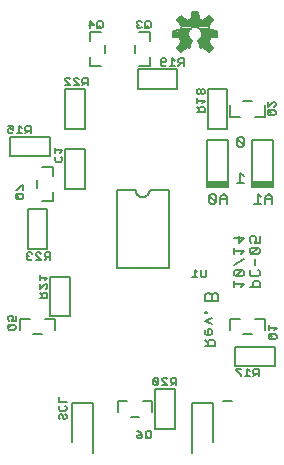
<source format=gbo>
G75*
G70*
%OFA0B0*%
%FSLAX24Y24*%
%IPPOS*%
%LPD*%
%AMOC8*
5,1,8,0,0,1.08239X$1,22.5*
%
%ADD10C,0.0070*%
%ADD11C,0.0080*%
D10*
X013440Y005188D02*
X013398Y005230D01*
X013398Y005272D01*
X013440Y005313D01*
X013565Y005313D01*
X013565Y005230D01*
X013523Y005188D01*
X013440Y005188D01*
X013565Y005313D02*
X013482Y005397D01*
X013398Y005438D01*
X013693Y005397D02*
X013735Y005438D01*
X013818Y005438D01*
X013860Y005397D01*
X013860Y005230D01*
X013818Y005188D01*
X013735Y005188D01*
X013693Y005230D01*
X013693Y005397D01*
X013776Y005272D02*
X013693Y005188D01*
X014011Y005513D02*
X014651Y005513D01*
X014651Y006833D01*
X014011Y006833D01*
X014011Y005513D01*
X013469Y005917D02*
X013193Y005917D01*
X012760Y006055D02*
X012760Y006429D01*
X013075Y006429D01*
X013587Y006429D02*
X013902Y006429D01*
X013902Y006055D01*
X013982Y006958D02*
X014065Y006958D01*
X014107Y007000D01*
X013940Y007166D01*
X013940Y007000D01*
X013982Y006958D01*
X014107Y007000D02*
X014107Y007166D01*
X014065Y007208D01*
X013982Y007208D01*
X013940Y007166D01*
X014235Y007166D02*
X014276Y007208D01*
X014360Y007208D01*
X014401Y007166D01*
X014529Y007166D02*
X014529Y007083D01*
X014571Y007041D01*
X014696Y007041D01*
X014696Y006958D02*
X014696Y007208D01*
X014571Y007208D01*
X014529Y007166D01*
X014613Y007041D02*
X014529Y006958D01*
X014401Y006958D02*
X014235Y007125D01*
X014235Y007166D01*
X014235Y006958D02*
X014401Y006958D01*
X016259Y006423D02*
X016546Y006423D01*
X016857Y007258D02*
X016857Y007300D01*
X016690Y007466D01*
X016690Y007508D01*
X016857Y007508D01*
X016671Y007603D02*
X016671Y008243D01*
X017991Y008243D01*
X017991Y007603D01*
X016671Y007603D01*
X017068Y007508D02*
X017068Y007258D01*
X017151Y007258D02*
X016985Y007258D01*
X017151Y007425D02*
X017068Y007508D01*
X017279Y007466D02*
X017279Y007383D01*
X017321Y007341D01*
X017446Y007341D01*
X017446Y007258D02*
X017446Y007508D01*
X017321Y007508D01*
X017279Y007466D01*
X017363Y007341D02*
X017279Y007258D01*
X015996Y008258D02*
X015996Y008423D01*
X015941Y008478D01*
X015831Y008478D01*
X015776Y008423D01*
X015776Y008258D01*
X015776Y008368D02*
X015666Y008478D01*
X015721Y008626D02*
X015831Y008626D01*
X015886Y008681D01*
X015886Y008791D01*
X015831Y008846D01*
X015776Y008846D01*
X015776Y008626D01*
X015721Y008626D02*
X015666Y008681D01*
X015666Y008791D01*
X015886Y008994D02*
X015666Y009105D01*
X015886Y009215D01*
X015721Y009363D02*
X015721Y009418D01*
X015666Y009418D01*
X015666Y009363D01*
X015721Y009363D01*
X016510Y009179D02*
X016510Y008805D01*
X016943Y008667D02*
X017219Y008667D01*
X017652Y008805D02*
X017652Y009179D01*
X017337Y009179D01*
X017796Y008956D02*
X017796Y008789D01*
X017796Y008872D02*
X018047Y008872D01*
X017963Y008789D01*
X018005Y008661D02*
X017838Y008661D01*
X017796Y008619D01*
X017796Y008536D01*
X017838Y008494D01*
X018005Y008494D01*
X018047Y008536D01*
X018047Y008619D01*
X018005Y008661D01*
X017880Y008578D02*
X017796Y008661D01*
X016825Y009179D02*
X016510Y009179D01*
X015996Y008258D02*
X015666Y008258D01*
X011151Y009263D02*
X011151Y010583D01*
X010511Y010583D01*
X010511Y009263D01*
X011151Y009263D01*
X010652Y009179D02*
X010652Y008805D01*
X010219Y008667D02*
X009943Y008667D01*
X009510Y008805D02*
X009510Y009179D01*
X009825Y009179D01*
X009346Y009113D02*
X009221Y009113D01*
X009263Y009197D01*
X009263Y009238D01*
X009221Y009280D01*
X009138Y009280D01*
X009096Y009238D01*
X009096Y009155D01*
X009138Y009113D01*
X009138Y008985D02*
X009096Y008944D01*
X009096Y008860D01*
X009138Y008819D01*
X009304Y008819D01*
X009346Y008860D01*
X009346Y008944D01*
X009304Y008985D01*
X009138Y008985D01*
X009096Y008985D02*
X009179Y008902D01*
X009346Y009113D02*
X009346Y009280D01*
X010337Y009179D02*
X010652Y009179D01*
X010396Y009874D02*
X010396Y009999D01*
X010354Y010041D01*
X010271Y010041D01*
X010229Y009999D01*
X010229Y009874D01*
X010146Y009874D02*
X010396Y009874D01*
X010229Y009957D02*
X010146Y010041D01*
X010146Y010169D02*
X010313Y010335D01*
X010354Y010335D01*
X010396Y010294D01*
X010396Y010210D01*
X010354Y010169D01*
X010146Y010169D02*
X010146Y010335D01*
X010146Y010463D02*
X010146Y010630D01*
X010146Y010547D02*
X010396Y010547D01*
X010313Y010463D01*
X010313Y011138D02*
X010397Y011221D01*
X010355Y011221D02*
X010480Y011221D01*
X010480Y011138D02*
X010480Y011388D01*
X010355Y011388D01*
X010313Y011346D01*
X010313Y011263D01*
X010355Y011221D01*
X010185Y011138D02*
X010018Y011305D01*
X010018Y011346D01*
X010060Y011388D01*
X010144Y011388D01*
X010185Y011346D01*
X010185Y011138D02*
X010018Y011138D01*
X009891Y011180D02*
X009849Y011138D01*
X009766Y011138D01*
X009724Y011180D01*
X009724Y011221D01*
X009766Y011263D01*
X009807Y011263D01*
X009766Y011263D02*
X009724Y011305D01*
X009724Y011346D01*
X009766Y011388D01*
X009849Y011388D01*
X009891Y011346D01*
X009761Y011513D02*
X010401Y011513D01*
X010401Y012833D01*
X009761Y012833D01*
X009761Y011513D01*
X012715Y010874D02*
X012715Y013472D01*
X013345Y013472D01*
X013347Y013442D01*
X013352Y013413D01*
X013362Y013385D01*
X013374Y013358D01*
X013390Y013333D01*
X013409Y013310D01*
X013431Y013290D01*
X013455Y013273D01*
X013481Y013258D01*
X013508Y013248D01*
X013537Y013240D01*
X013566Y013236D01*
X013596Y013236D01*
X013625Y013240D01*
X013654Y013248D01*
X013681Y013258D01*
X013707Y013273D01*
X013731Y013290D01*
X013753Y013310D01*
X013772Y013333D01*
X013788Y013358D01*
X013800Y013385D01*
X013810Y013413D01*
X013815Y013442D01*
X013817Y013472D01*
X014447Y013472D01*
X014447Y010874D01*
X012715Y010874D01*
X015235Y010558D02*
X015401Y010558D01*
X015318Y010558D02*
X015318Y010808D01*
X015401Y010725D01*
X015529Y010808D02*
X015529Y010600D01*
X015571Y010558D01*
X015654Y010558D01*
X015696Y010600D01*
X015696Y010808D01*
X016636Y010761D02*
X016636Y010651D01*
X016691Y010596D01*
X016911Y010816D01*
X016691Y010816D01*
X016636Y010761D01*
X016691Y010596D02*
X016911Y010596D01*
X016966Y010651D01*
X016966Y010761D01*
X016911Y010816D01*
X017156Y010761D02*
X017211Y010816D01*
X017156Y010761D02*
X017156Y010651D01*
X017211Y010596D01*
X017431Y010596D01*
X017486Y010651D01*
X017486Y010761D01*
X017431Y010816D01*
X017321Y010964D02*
X017321Y011185D01*
X017211Y011333D02*
X017431Y011553D01*
X017211Y011553D01*
X017156Y011498D01*
X017156Y011388D01*
X017211Y011333D01*
X017431Y011333D01*
X017486Y011388D01*
X017486Y011498D01*
X017431Y011553D01*
X017486Y011701D02*
X017321Y011701D01*
X017376Y011811D01*
X017376Y011866D01*
X017321Y011921D01*
X017211Y011921D01*
X017156Y011866D01*
X017156Y011756D01*
X017211Y011701D01*
X017486Y011701D02*
X017486Y011921D01*
X016966Y011866D02*
X016801Y011701D01*
X016801Y011921D01*
X016636Y011866D02*
X016966Y011866D01*
X016966Y011443D02*
X016636Y011443D01*
X016636Y011333D02*
X016636Y011553D01*
X016856Y011333D02*
X016966Y011443D01*
X016966Y011185D02*
X016636Y010964D01*
X016636Y010448D02*
X016636Y010228D01*
X016636Y010338D02*
X016966Y010338D01*
X016856Y010228D01*
X017156Y010228D02*
X017486Y010228D01*
X017486Y010393D01*
X017431Y010448D01*
X017321Y010448D01*
X017266Y010393D01*
X017266Y010228D01*
X017307Y013008D02*
X017528Y013008D01*
X017418Y013008D02*
X017418Y013338D01*
X017528Y013228D01*
X017676Y013228D02*
X017676Y013008D01*
X017676Y013173D02*
X017896Y013173D01*
X017896Y013228D02*
X017786Y013338D01*
X017676Y013228D01*
X017896Y013228D02*
X017896Y013008D01*
X016946Y013708D02*
X016726Y013708D01*
X016836Y013708D02*
X016836Y014038D01*
X016946Y013928D01*
X016286Y013338D02*
X016176Y013228D01*
X016176Y013008D01*
X016028Y013063D02*
X015807Y013283D01*
X015807Y013063D01*
X015863Y013008D01*
X015973Y013008D01*
X016028Y013063D01*
X016028Y013283D01*
X015973Y013338D01*
X015863Y013338D01*
X015807Y013283D01*
X016176Y013173D02*
X016396Y013173D01*
X016396Y013228D02*
X016286Y013338D01*
X016396Y013228D02*
X016396Y013008D01*
X011651Y013513D02*
X011011Y013513D01*
X011011Y014833D01*
X011651Y014833D01*
X011651Y013513D01*
X010587Y013417D02*
X010587Y013102D01*
X010213Y013102D01*
X009596Y013210D02*
X009596Y013294D01*
X009554Y013335D01*
X009388Y013335D01*
X009346Y013294D01*
X009346Y013210D01*
X009388Y013169D01*
X009554Y013169D01*
X009596Y013210D01*
X009429Y013252D02*
X009346Y013335D01*
X009346Y013463D02*
X009388Y013463D01*
X009554Y013630D01*
X009596Y013630D01*
X009596Y013463D01*
X010075Y013535D02*
X010075Y013811D01*
X010587Y013929D02*
X010587Y014244D01*
X010213Y014244D01*
X010646Y014460D02*
X010646Y014544D01*
X010688Y014585D01*
X010646Y014460D02*
X010688Y014419D01*
X010854Y014419D01*
X010896Y014460D01*
X010896Y014544D01*
X010854Y014585D01*
X010813Y014713D02*
X010896Y014797D01*
X010646Y014797D01*
X010646Y014880D02*
X010646Y014713D01*
X010491Y014603D02*
X010491Y015243D01*
X009171Y015243D01*
X009171Y014603D01*
X010491Y014603D01*
X009846Y015358D02*
X009846Y015608D01*
X009721Y015608D01*
X009679Y015566D01*
X009679Y015483D01*
X009721Y015441D01*
X009846Y015441D01*
X009763Y015441D02*
X009679Y015358D01*
X009551Y015358D02*
X009385Y015358D01*
X009468Y015358D02*
X009468Y015608D01*
X009551Y015525D01*
X009257Y015483D02*
X009257Y015608D01*
X009090Y015608D01*
X009132Y015525D02*
X009090Y015483D01*
X009090Y015400D01*
X009132Y015358D01*
X009215Y015358D01*
X009257Y015400D01*
X009257Y015483D02*
X009173Y015525D01*
X009132Y015525D01*
X011011Y015513D02*
X011651Y015513D01*
X011651Y016833D01*
X011011Y016833D01*
X011011Y015513D01*
X010990Y016958D02*
X011157Y016958D01*
X010990Y017125D01*
X010990Y017166D01*
X011032Y017208D01*
X011115Y017208D01*
X011157Y017166D01*
X011285Y017166D02*
X011326Y017208D01*
X011410Y017208D01*
X011451Y017166D01*
X011579Y017166D02*
X011579Y017083D01*
X011621Y017041D01*
X011746Y017041D01*
X011746Y016958D02*
X011746Y017208D01*
X011621Y017208D01*
X011579Y017166D01*
X011663Y017041D02*
X011579Y016958D01*
X011451Y016958D02*
X011285Y017125D01*
X011285Y017166D01*
X011285Y016958D02*
X011451Y016958D01*
X011825Y017602D02*
X012199Y017602D01*
X011825Y017602D02*
X011825Y017917D01*
X012337Y018035D02*
X012337Y018311D01*
X011825Y018429D02*
X011825Y018744D01*
X012199Y018744D01*
X012204Y018858D02*
X012246Y018900D01*
X012246Y019066D01*
X012204Y019108D01*
X012121Y019108D01*
X012079Y019066D01*
X012079Y018900D01*
X012121Y018858D01*
X012204Y018858D01*
X012163Y018941D02*
X012079Y018858D01*
X011951Y018983D02*
X011785Y018983D01*
X011826Y019108D02*
X011951Y018983D01*
X011826Y018858D02*
X011826Y019108D01*
X013385Y019066D02*
X013385Y019025D01*
X013426Y018983D01*
X013385Y018941D01*
X013385Y018900D01*
X013426Y018858D01*
X013510Y018858D01*
X013551Y018900D01*
X013468Y018983D02*
X013426Y018983D01*
X013385Y019066D02*
X013426Y019108D01*
X013510Y019108D01*
X013551Y019066D01*
X013679Y019066D02*
X013679Y018900D01*
X013721Y018858D01*
X013804Y018858D01*
X013846Y018900D01*
X013846Y019066D01*
X013804Y019108D01*
X013721Y019108D01*
X013679Y019066D01*
X013763Y018941D02*
X013679Y018858D01*
X013837Y018744D02*
X013463Y018744D01*
X013837Y018744D02*
X013837Y018429D01*
X013325Y018311D02*
X013325Y018035D01*
X013837Y017917D02*
X013837Y017602D01*
X013463Y017602D01*
X013421Y017493D02*
X013421Y016853D01*
X014741Y016853D01*
X014741Y017493D01*
X013421Y017493D01*
X014190Y017650D02*
X014190Y017816D01*
X014232Y017858D01*
X014315Y017858D01*
X014357Y017816D01*
X014357Y017775D01*
X014315Y017733D01*
X014190Y017733D01*
X014190Y017650D02*
X014232Y017608D01*
X014315Y017608D01*
X014357Y017650D01*
X014485Y017608D02*
X014651Y017608D01*
X014568Y017608D02*
X014568Y017858D01*
X014651Y017775D01*
X014779Y017816D02*
X014779Y017733D01*
X014821Y017691D01*
X014946Y017691D01*
X014946Y017608D02*
X014946Y017858D01*
X014821Y017858D01*
X014779Y017816D01*
X014863Y017691D02*
X014779Y017608D01*
X014869Y018082D02*
X014740Y018211D01*
X014894Y018400D01*
X014855Y018476D01*
X014829Y018557D01*
X014587Y018581D01*
X014587Y018764D01*
X014829Y018789D01*
X014855Y018870D01*
X014894Y018946D01*
X014740Y019135D01*
X014869Y019264D01*
X015058Y019110D01*
X015134Y019149D01*
X015215Y019175D01*
X015240Y019417D01*
X015422Y019417D01*
X015447Y019175D01*
X015528Y019149D01*
X015604Y019110D01*
X015793Y019264D01*
X015922Y019135D01*
X015768Y018946D01*
X015807Y018870D01*
X015833Y018789D01*
X016075Y018764D01*
X016075Y018581D01*
X015833Y018557D01*
X015807Y018476D01*
X015768Y018400D01*
X015922Y018211D01*
X015793Y018082D01*
X015604Y018236D01*
X015528Y018196D01*
X015421Y018456D01*
X015461Y018478D01*
X015497Y018507D01*
X015526Y018543D01*
X015548Y018583D01*
X015561Y018627D01*
X015565Y018673D01*
X015560Y018723D01*
X015544Y018771D01*
X015518Y018814D01*
X015483Y018851D01*
X015441Y018880D01*
X015395Y018898D01*
X015345Y018907D01*
X015294Y018904D01*
X015246Y018891D01*
X015201Y018868D01*
X015162Y018835D01*
X015131Y018795D01*
X015110Y018750D01*
X015098Y018700D01*
X015098Y018650D01*
X015108Y018600D01*
X015129Y018554D01*
X015159Y018514D01*
X015197Y018481D01*
X015241Y018456D01*
X015134Y018196D01*
X015058Y018236D01*
X014869Y018082D01*
X014852Y018099D02*
X014890Y018099D01*
X014974Y018167D02*
X014784Y018167D01*
X014760Y018236D02*
X015150Y018236D01*
X015178Y018304D02*
X014816Y018304D01*
X014872Y018373D02*
X015207Y018373D01*
X015235Y018441D02*
X014872Y018441D01*
X014844Y018510D02*
X015163Y018510D01*
X015118Y018578D02*
X014617Y018578D01*
X014587Y018647D02*
X015098Y018647D01*
X015102Y018715D02*
X014587Y018715D01*
X014780Y018784D02*
X015126Y018784D01*
X015182Y018852D02*
X014849Y018852D01*
X014881Y018921D02*
X015781Y018921D01*
X015804Y018989D02*
X014858Y018989D01*
X014803Y019058D02*
X015859Y019058D01*
X015915Y019126D02*
X015624Y019126D01*
X015573Y019126D02*
X015089Y019126D01*
X015038Y019126D02*
X014747Y019126D01*
X014800Y019195D02*
X014954Y019195D01*
X014869Y019263D02*
X014870Y019263D01*
X015217Y019195D02*
X015445Y019195D01*
X015438Y019263D02*
X015224Y019263D01*
X015231Y019332D02*
X015431Y019332D01*
X015424Y019400D02*
X015238Y019400D01*
X015708Y019195D02*
X015862Y019195D01*
X015793Y019263D02*
X015792Y019263D01*
X015813Y018852D02*
X015481Y018852D01*
X015536Y018784D02*
X015882Y018784D01*
X016075Y018715D02*
X015561Y018715D01*
X015563Y018647D02*
X016075Y018647D01*
X016045Y018578D02*
X015545Y018578D01*
X015499Y018510D02*
X015818Y018510D01*
X015790Y018441D02*
X015427Y018441D01*
X015455Y018373D02*
X015790Y018373D01*
X015846Y018304D02*
X015484Y018304D01*
X015512Y018236D02*
X015902Y018236D01*
X015878Y018167D02*
X015688Y018167D01*
X015772Y018099D02*
X015810Y018099D01*
X015761Y016833D02*
X016401Y016833D01*
X016401Y015513D01*
X015761Y015513D01*
X015761Y016833D01*
X015646Y016788D02*
X015604Y016830D01*
X015563Y016830D01*
X015521Y016788D01*
X015521Y016705D01*
X015563Y016663D01*
X015604Y016663D01*
X015646Y016705D01*
X015646Y016788D01*
X015521Y016788D02*
X015479Y016830D01*
X015438Y016830D01*
X015396Y016788D01*
X015396Y016705D01*
X015438Y016663D01*
X015479Y016663D01*
X015521Y016705D01*
X015396Y016535D02*
X015396Y016369D01*
X015396Y016452D02*
X015646Y016452D01*
X015563Y016369D01*
X015604Y016241D02*
X015521Y016241D01*
X015479Y016199D01*
X015479Y016074D01*
X015396Y016074D02*
X015646Y016074D01*
X015646Y016199D01*
X015604Y016241D01*
X015479Y016157D02*
X015396Y016241D01*
X016510Y016291D02*
X016510Y015917D01*
X016825Y015917D01*
X017337Y015917D02*
X017652Y015917D01*
X017652Y016291D01*
X017766Y016252D02*
X017933Y016419D01*
X017974Y016419D01*
X018016Y016378D01*
X018016Y016294D01*
X017974Y016252D01*
X017974Y016125D02*
X017808Y016125D01*
X017766Y016083D01*
X017766Y016000D01*
X017808Y015958D01*
X017974Y015958D01*
X018016Y016000D01*
X018016Y016083D01*
X017974Y016125D01*
X017849Y016041D02*
X017766Y016125D01*
X017766Y016252D02*
X017766Y016419D01*
X017219Y016429D02*
X016943Y016429D01*
X016891Y015238D02*
X016781Y015238D01*
X016726Y015183D01*
X016946Y014963D01*
X016891Y014908D01*
X016781Y014908D01*
X016726Y014963D01*
X016726Y015183D01*
X016891Y015238D02*
X016946Y015183D01*
X016946Y014963D01*
X010796Y006580D02*
X010796Y006413D01*
X011046Y006413D01*
X011004Y006285D02*
X011046Y006244D01*
X011046Y006160D01*
X011004Y006119D01*
X010838Y006119D01*
X010796Y006160D01*
X010796Y006244D01*
X010838Y006285D01*
X010838Y005991D02*
X010796Y005949D01*
X010796Y005866D01*
X010838Y005824D01*
X010921Y005866D02*
X010921Y005949D01*
X010879Y005991D01*
X010838Y005991D01*
X010921Y005866D02*
X010963Y005824D01*
X011004Y005824D01*
X011046Y005866D01*
X011046Y005949D01*
X011004Y005991D01*
D11*
X011931Y006373D02*
X011931Y004713D01*
X011231Y005083D02*
X011231Y006373D01*
X011931Y006373D01*
X015231Y006373D02*
X015231Y004713D01*
X015931Y005083D02*
X015931Y006373D01*
X015231Y006373D01*
X015671Y009763D02*
X015671Y009973D01*
X015741Y010043D01*
X015811Y010043D01*
X015881Y009973D01*
X015881Y009763D01*
X015671Y009763D02*
X016091Y009763D01*
X016091Y009973D01*
X016021Y010043D01*
X015951Y010043D01*
X015881Y009973D01*
X015731Y013573D02*
X015731Y013723D01*
X016431Y013723D01*
X016431Y013573D01*
X015731Y013573D01*
X015731Y013622D02*
X016431Y013622D01*
X016431Y013623D02*
X015731Y013623D01*
X015731Y015123D01*
X016431Y015123D01*
X016431Y013623D01*
X016431Y013700D02*
X015731Y013700D01*
X017231Y013700D02*
X017931Y013700D01*
X017931Y013723D02*
X017931Y013573D01*
X017231Y013573D01*
X017231Y013723D01*
X017931Y013723D01*
X017931Y013623D02*
X017231Y013623D01*
X017231Y015123D01*
X017931Y015123D01*
X017931Y013623D01*
X017931Y013622D02*
X017231Y013622D01*
M02*

</source>
